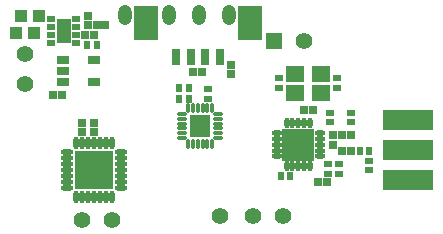
<source format=gbs>
G04*
G04 #@! TF.GenerationSoftware,Altium Limited,Altium Designer,18.1.6 (161)*
G04*
G04 Layer_Color=16711935*
%FSLAX25Y25*%
%MOIN*%
G70*
G01*
G75*
%ADD35R,0.02769X0.02572*%
%ADD38R,0.03950X0.03950*%
%ADD39R,0.02375X0.02769*%
%ADD40R,0.16800X0.06800*%
%ADD41R,0.02769X0.02375*%
%ADD51R,0.03162X0.05524*%
%ADD54C,0.05524*%
%ADD55R,0.05524X0.05524*%
%ADD56O,0.04737X0.06706*%
%ADD83R,0.02572X0.02769*%
%ADD84R,0.08280X0.11824*%
%ADD85R,0.06863X0.07493*%
%ADD86O,0.01587X0.03162*%
%ADD87O,0.03162X0.01587*%
%ADD88R,0.05131X0.08280*%
%ADD89R,0.04147X0.02965*%
%ADD90R,0.13123X0.13123*%
%ADD91O,0.01784X0.04147*%
%ADD92O,0.04147X0.01784*%
%ADD93R,0.02729X0.02847*%
%ADD94R,0.02847X0.02729*%
%ADD95R,0.06312X0.05524*%
%ADD96O,0.03753X0.01784*%
%ADD97O,0.01784X0.03753*%
%ADD98R,0.11036X0.11036*%
G54D35*
X546547Y232000D02*
D03*
X549500D02*
D03*
X502739Y224500D02*
D03*
X499786D02*
D03*
X513430Y244500D02*
D03*
X510477D02*
D03*
X514254Y247732D02*
D03*
X517207D02*
D03*
X590976Y195326D02*
D03*
X588024D02*
D03*
X586453Y219409D02*
D03*
X583500D02*
D03*
G54D38*
X489165Y250732D02*
D03*
X495071D02*
D03*
X487547Y245000D02*
D03*
X493453D02*
D03*
G54D39*
X511156Y241232D02*
D03*
X514305D02*
D03*
X541776Y223232D02*
D03*
X544925D02*
D03*
X541776Y226701D02*
D03*
X544925D02*
D03*
X578788Y197484D02*
D03*
X575638D02*
D03*
X601925Y205941D02*
D03*
X605075D02*
D03*
G54D40*
X618000Y196143D02*
D03*
Y216143D02*
D03*
Y206143D02*
D03*
G54D41*
X499144Y241941D02*
D03*
Y244500D02*
D03*
Y247059D02*
D03*
Y249618D02*
D03*
X507412Y241941D02*
D03*
Y244500D02*
D03*
Y247059D02*
D03*
Y249618D02*
D03*
X551350Y226382D02*
D03*
Y223232D02*
D03*
X575000Y229984D02*
D03*
Y226835D02*
D03*
X605075Y202484D02*
D03*
Y199335D02*
D03*
X599094Y215335D02*
D03*
Y218484D02*
D03*
X592000Y215335D02*
D03*
Y218484D02*
D03*
X595000Y201346D02*
D03*
Y198197D02*
D03*
X591500Y201409D02*
D03*
Y198260D02*
D03*
X594500Y226835D02*
D03*
Y229984D02*
D03*
G54D51*
X555429Y237000D02*
D03*
X540665D02*
D03*
X545587D02*
D03*
X550508D02*
D03*
G54D54*
X583524Y242500D02*
D03*
X576500Y184000D02*
D03*
X555366D02*
D03*
X566500D02*
D03*
X490500Y228000D02*
D03*
Y238000D02*
D03*
X509500Y182732D02*
D03*
X519500D02*
D03*
G54D55*
X573524Y242500D02*
D03*
G54D56*
X523748Y251000D02*
D03*
X538449D02*
D03*
X548449D02*
D03*
X558449D02*
D03*
G54D83*
X559000Y234476D02*
D03*
Y231524D02*
D03*
X511278Y247779D02*
D03*
Y250732D02*
D03*
X509380Y215000D02*
D03*
Y212047D02*
D03*
X513317Y214976D02*
D03*
Y212024D02*
D03*
G54D84*
X530626Y248417D02*
D03*
X565469D02*
D03*
G54D85*
X548787Y214138D02*
D03*
G54D86*
X544850Y208232D02*
D03*
X546425D02*
D03*
X548000D02*
D03*
X549575D02*
D03*
X551150D02*
D03*
X552724D02*
D03*
Y220043D02*
D03*
X551150D02*
D03*
X549575D02*
D03*
X548000D02*
D03*
X546425D02*
D03*
X544850D02*
D03*
G54D87*
X554693Y210201D02*
D03*
Y211775D02*
D03*
Y213350D02*
D03*
Y214925D02*
D03*
Y216500D02*
D03*
Y218075D02*
D03*
X542882D02*
D03*
Y216500D02*
D03*
Y214925D02*
D03*
Y213350D02*
D03*
Y211775D02*
D03*
Y210201D02*
D03*
G54D88*
X503278Y245779D02*
D03*
G54D89*
X513479Y228760D02*
D03*
Y236240D02*
D03*
X503046D02*
D03*
Y232500D02*
D03*
Y228760D02*
D03*
G54D90*
X513317Y199469D02*
D03*
G54D91*
X507412Y190413D02*
D03*
X509380D02*
D03*
X511349D02*
D03*
X513317D02*
D03*
X515286D02*
D03*
X517254D02*
D03*
X519223D02*
D03*
Y208524D02*
D03*
X517254D02*
D03*
X515286D02*
D03*
X513317D02*
D03*
X511349D02*
D03*
X509380D02*
D03*
X507412D02*
D03*
G54D92*
X522372Y193563D02*
D03*
Y195531D02*
D03*
Y197500D02*
D03*
Y199469D02*
D03*
Y201437D02*
D03*
Y203405D02*
D03*
Y205374D02*
D03*
X504262D02*
D03*
Y203405D02*
D03*
Y201437D02*
D03*
Y199469D02*
D03*
Y197500D02*
D03*
Y195531D02*
D03*
Y193563D02*
D03*
G54D93*
X596000Y211004D02*
D03*
X599189D02*
D03*
X595905Y205941D02*
D03*
X599094D02*
D03*
G54D94*
X593000Y211004D02*
D03*
Y207815D02*
D03*
G54D95*
X589000Y225110D02*
D03*
Y231409D02*
D03*
X580339Y225110D02*
D03*
Y231409D02*
D03*
G54D96*
X574217Y203972D02*
D03*
Y205941D02*
D03*
Y207909D02*
D03*
Y209878D02*
D03*
Y211846D02*
D03*
X588784D02*
D03*
Y209878D02*
D03*
Y207909D02*
D03*
Y205941D02*
D03*
Y203972D02*
D03*
G54D97*
X577563Y215193D02*
D03*
X579531D02*
D03*
X581500D02*
D03*
X583468D02*
D03*
X585437D02*
D03*
Y200626D02*
D03*
X583468D02*
D03*
X581500D02*
D03*
X579531D02*
D03*
X577563D02*
D03*
G54D98*
X581500Y207909D02*
D03*
M02*

</source>
